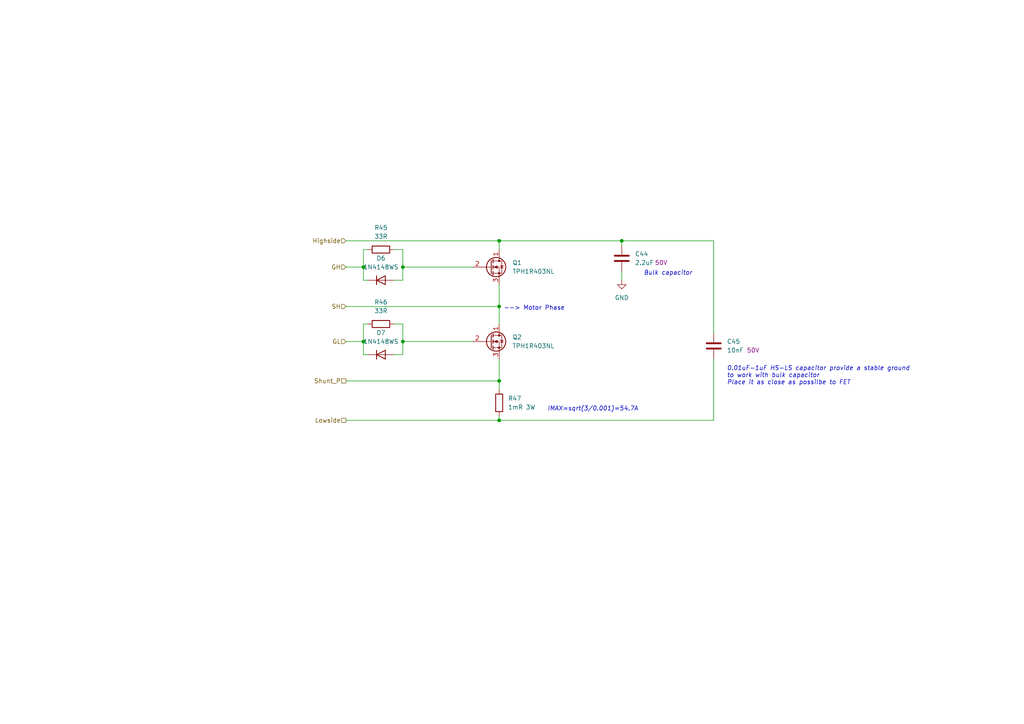
<source format=kicad_sch>
(kicad_sch (version 20211123) (generator eeschema)
  (paper "A4")
  (lib_symbols
    (symbol "Device:C" (pin_numbers hide) (pin_names (offset 0.254))
      (property "Reference" "C" (at 0.635 2.54 0))
      (property "Value" "C" (at 0.635 -2.54 0))
      (symbol "C_0_1"
        (polyline (pts (xy -2.032 -0.762) (xy 2.032 -0.762)) (stroke (width 0.508)))
        (polyline (pts (xy -2.032 0.762) (xy 2.032 0.762)) (stroke (width 0.508)))
      )
      (symbol "C_1_1"
        (pin passive line (at 0 3.81 270) (length 2.794) (name "~") (number "1"))
        (pin passive line (at 0 -3.81 90) (length 2.794) (name "~") (number "2"))
      )
    )
    (symbol "Device:Q_NMOS_DGS" (pin_names (offset 0) hide)
      (property "Reference" "Q" (at 5.08 1.27 0))
      (property "Value" "Q_NMOS_DGS" (at 5.08 -1.27 0))
      (symbol "Q_NMOS_DGS_0_1"
        (polyline (pts (xy 0.254 0) (xy -2.54 0)))
        (polyline (pts (xy 0.254 1.905) (xy 0.254 -1.905)) (stroke (width 0.254)))
        (polyline (pts (xy 0.762 -1.27) (xy 0.762 -2.286)) (stroke (width 0.254)))
        (polyline (pts (xy 0.762 0.508) (xy 0.762 -0.508)) (stroke (width 0.254)))
        (polyline (pts (xy 0.762 2.286) (xy 0.762 1.27)) (stroke (width 0.254)))
        (polyline (pts (xy 2.54 2.54) (xy 2.54 1.778)))
        (polyline (pts (xy 2.54 -2.54) (xy 2.54 0) (xy 0.762 0)))
        (polyline (pts (xy 0.762 -1.778) (xy 3.302 -1.778) (xy 3.302 1.778) (xy 0.762 1.778)))
        (polyline (pts (xy 1.016 0) (xy 2.032 0.381) (xy 2.032 -0.381) (xy 1.016 0)) (fill (type outline)))
        (polyline (pts (xy 2.794 0.508) (xy 2.921 0.381) (xy 3.683 0.381) (xy 3.81 0.254)))
        (polyline (pts (xy 3.302 0.381) (xy 2.921 -0.254) (xy 3.683 -0.254) (xy 3.302 0.381)))
        (circle (center 1.651 0) (radius 2.794) (stroke (width 0.254)))
        (circle (center 2.54 -1.778) (radius 0.254) (fill (type outline)))
        (circle (center 2.54 1.778) (radius 0.254) (fill (type outline)))
      )
      (symbol "Q_NMOS_DGS_1_1"
        (pin passive line (at 2.54 5.08 270) (length 2.54) (name "D") (number "1"))
        (pin input line (at -5.08 0 0) (length 2.54) (name "G") (number "2"))
        (pin passive line (at 2.54 -5.08 90) (length 2.54) (name "S") (number "3"))
      )
    )
    (symbol "Device:R" (pin_numbers hide) (pin_names (offset 0))
      (property "Reference" "R" (at 2.032 0 90))
      (property "Value" "R" (at 0 0 90))
      (symbol "R_0_1"
        (rectangle (start -1.016 -2.54) (end 1.016 2.54) (stroke (width 0.254)))
      )
      (symbol "R_1_1"
        (pin passive line (at 0 3.81 270) (length 1.27) (name "~") (number "1"))
        (pin passive line (at 0 -3.81 90) (length 1.27) (name "~") (number "2"))
      )
    )
    (symbol "Diode:1N4148WS" (pin_numbers hide) (pin_names (offset 1.016) hide)
      (property "Reference" "D" (at 0 2.54 0))
      (property "Value" "1N4148WS" (at 0 -2.54 0))
      (symbol "1N4148WS_0_1"
        (polyline (pts (xy -1.27 1.27) (xy -1.27 -1.27)) (stroke (width 0.254)))
        (polyline (pts (xy 1.27 0) (xy -1.27 0)))
        (polyline (pts (xy 1.27 1.27) (xy 1.27 -1.27) (xy -1.27 0) (xy 1.27 1.27)) (stroke (width 0.254)))
      )
      (symbol "1N4148WS_1_1"
        (pin passive line (at -3.81 0 0) (length 2.54) (name "K") (number "1"))
        (pin passive line (at 3.81 0 180) (length 2.54) (name "A") (number "2"))
      )
    )
    (symbol "power:GND" (power) (pin_names (offset 0))
      (property "Value" "GND" (at 0 -3.81 0))
      (symbol "GND_0_1"
        (polyline (pts (xy 0 0) (xy 0 -1.27) (xy 1.27 -1.27) (xy 0 -2.54) (xy -1.27 -1.27) (xy 0 -1.27)))
      )
      (symbol "GND_1_1"
        (pin power_in line (at 0 0 270) (length 0) hide (name "GND") (number "1"))
      )
    )
  )
  (junction (at 105.41 77.47))
  (junction (at 116.84 99.06))
  (junction (at 144.78 110.49))
  (junction (at 116.84 77.47))
  (junction (at 180.34 69.85))
  (junction (at 144.78 69.85))
  (junction (at 105.41 99.06))
  (junction (at 144.78 88.9))
  (junction (at 144.78 121.92))
  (wire (pts (xy 144.78 120.65) (xy 144.78 121.92)))
  (wire (pts (xy 106.68 102.87) (xy 105.41 102.87)))
  (wire (pts (xy 144.78 69.85) (xy 144.78 72.39)))
  (wire (pts (xy 114.3 102.87) (xy 116.84 102.87)))
  (wire (pts (xy 106.68 93.98) (xy 105.41 93.98)))
  (wire (pts (xy 180.34 71.12) (xy 180.34 69.85)))
  (wire (pts (xy 116.84 81.28) (xy 116.84 77.47)))
  (wire (pts (xy 116.84 93.98) (xy 116.84 99.06)))
  (wire (pts (xy 144.78 110.49) (xy 144.78 113.03)))
  (wire (pts (xy 100.33 69.85) (xy 144.78 69.85)))
  (wire (pts (xy 207.01 96.52) (xy 207.01 69.85)))
  (wire (pts (xy 100.33 88.9) (xy 144.78 88.9)))
  (wire (pts (xy 105.41 81.28) (xy 105.41 77.47)))
  (wire (pts (xy 100.33 77.47) (xy 105.41 77.47)))
  (wire (pts (xy 207.01 69.85) (xy 180.34 69.85)))
  (wire (pts (xy 105.41 99.06) (xy 100.33 99.06)))
  (wire (pts (xy 207.01 104.14) (xy 207.01 121.92)))
  (wire (pts (xy 106.68 72.39) (xy 105.41 72.39)))
  (wire (pts (xy 116.84 102.87) (xy 116.84 99.06)))
  (wire (pts (xy 144.78 88.9) (xy 144.78 93.98)))
  (wire (pts (xy 144.78 121.92) (xy 100.33 121.92)))
  (wire (pts (xy 207.01 121.92) (xy 144.78 121.92)))
  (wire (pts (xy 105.41 102.87) (xy 105.41 99.06)))
  (wire (pts (xy 144.78 82.55) (xy 144.78 88.9)))
  (wire (pts (xy 116.84 99.06) (xy 137.16 99.06)))
  (wire (pts (xy 114.3 72.39) (xy 116.84 72.39)))
  (wire (pts (xy 116.84 77.47) (xy 137.16 77.47)))
  (wire (pts (xy 105.41 93.98) (xy 105.41 99.06)))
  (wire (pts (xy 116.84 72.39) (xy 116.84 77.47)))
  (wire (pts (xy 105.41 72.39) (xy 105.41 77.47)))
  (wire (pts (xy 180.34 78.74) (xy 180.34 81.28)))
  (wire (pts (xy 144.78 104.14) (xy 144.78 110.49)))
  (wire (pts (xy 114.3 93.98) (xy 116.84 93.98)))
  (wire (pts (xy 100.33 110.49) (xy 144.78 110.49)))
  (wire (pts (xy 106.68 81.28) (xy 105.41 81.28)))
  (wire (pts (xy 144.78 69.85) (xy 180.34 69.85)))
  (wire (pts (xy 114.3 81.28) (xy 116.84 81.28)))
  (text "IMAX=sqrt(3/0.001)=54.7A" (at 158.75 119.38 0) (effects (font (size 1.27 1.27) italic) (justify left bottom)))
  (text "--> Motor Phase" (at 146.05 90.17 0) (effects (font (size 1.27 1.27)) (justify left bottom)))
  (text "0.01uF-1uF HS-LS capacitor provide a stable ground \nto work with bulk capacitor\nPlace it as close as possilbe to FET" (at 210.82 111.76 0) (effects (font (size 1.27 1.27) italic) (justify left bottom)))
  (text "Bulk capacitor" (at 186.69 80.01 0) (effects (font (size 1.27 1.27) italic) (justify left bottom)))
  (hierarchical_label "GH" (shape input) (at 100.33 77.47 180))
  (hierarchical_label "Highside" (shape input) (at 100.33 69.85 180))
  (hierarchical_label "Shunt_P" (shape passive) (at 100.33 110.49 180))
  (hierarchical_label "Lowside" (shape passive) (at 100.33 121.92 180))
  (hierarchical_label "SH" (shape input) (at 100.33 88.9 180))
  (hierarchical_label "GL" (shape input) (at 100.33 99.06 180))
  (symbol (lib_id "Device:Q_NMOS_DGS") (at 142.24 99.06 0) (unit 1)
    (property "Reference" "Q2" (at 148.59 97.7899 0) (effects (justify left)))
    (property "Value" "TPH1R403NL" (at 148.59 100.3299 0) (effects (justify left)))
    (property "Footprint" "download-footprints:TRANS_TPHR8504PL,L1Q" (effects hide))
  )
  (symbol (lib_id "Device:C") (at 180.34 74.93 0) (unit 1)
    (property "Reference" "C44" (at 184.15 73.6599 0) (effects (justify left)))
    (property "Value" "2.2uF" (at 184.15 76.1999 0) (effects (justify left)))
    (property "Footprint" "Capacitor_SMD:C_1206_3216Metric" (effects hide))
    (property "Rated" "50V" (at 191.77 76.2 0))
  )
  (symbol (lib_id "Diode:1N4148WS") (at 110.49 102.87 0) (unit 1)
    (property "Reference" "D7" (at 110.49 96.52 0))
    (property "Value" "1N4148WS" (at 110.49 99.06 0))
    (property "Footprint" "Diode_SMD:D_SOD-323" (effects hide))
    (property "Datasheet" "https://www.vishay.com/docs/85751/1n4148ws.pdf" (effects hide))
  )
  (symbol (lib_id "Diode:1N4148WS") (at 110.49 81.28 0) (unit 1)
    (property "Reference" "D6" (at 110.49 74.93 0))
    (property "Value" "1N4148WS" (at 110.49 77.47 0))
    (property "Footprint" "Diode_SMD:D_SOD-323" (effects hide))
    (property "Datasheet" "https://www.vishay.com/docs/85751/1n4148ws.pdf" (effects hide))
  )
  (symbol (lib_id "Device:R") (at 110.49 93.98 90) (unit 1)
    (property "Reference" "R46" (at 110.49 87.63 90))
    (property "Value" "33R" (at 110.49 90.17 90))
    (property "Footprint" "Resistor_SMD:R_0603_1608Metric" (effects hide))
  )
  (symbol (lib_id "Device:C") (at 207.01 100.33 0) (unit 1)
    (property "Reference" "C45" (at 210.82 99.0599 0) (effects (justify left)))
    (property "Value" "10nF" (at 210.82 101.5999 0) (effects (justify left)))
    (property "Footprint" "Capacitor_SMD:C_0603_1608Metric" (effects hide))
    (property "Rated" "50V" (at 218.44 101.6 0))
  )
  (symbol (lib_id "Device:R") (at 110.49 72.39 90) (unit 1)
    (property "Reference" "R45" (at 110.49 66.04 90))
    (property "Value" "33R" (at 110.49 68.58 90))
    (property "Footprint" "Resistor_SMD:R_0603_1608Metric" (effects hide))
  )
  (symbol (lib_id "Device:R") (at 144.78 116.84 0) (unit 1)
    (property "Reference" "R47" (at 147.32 115.5699 0) (effects (justify left)))
    (property "Value" "1mR 3W" (at 147.32 118.1099 0) (effects (justify left)))
    (property "Footprint" "Resistor_SMD:R_2512_6332Metric" (effects hide))
  )
  (symbol (lib_id "Device:Q_NMOS_DGS") (at 142.24 77.47 0) (unit 1)
    (property "Reference" "Q1" (at 148.59 76.1999 0) (effects (justify left)))
    (property "Value" "TPH1R403NL" (at 148.59 78.7399 0) (effects (justify left)))
    (property "Footprint" "download-footprints:TRANS_TPHR8504PL,L1Q" (effects hide))
  )
  (symbol (lib_id "power:GND") (at 180.34 81.28 0) (unit 1)
    (property "Reference" "#PWR061" (effects hide))
    (property "Value" "GND" (at 180.34 86.36 0))
  )
)
</source>
